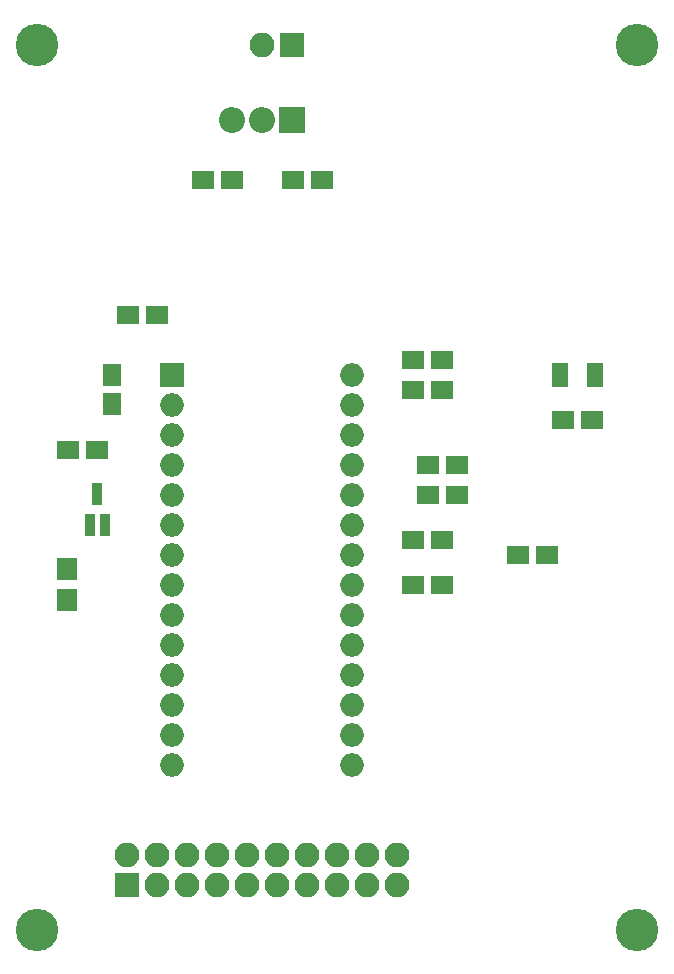
<source format=gbr>
G04 #@! TF.FileFunction,Soldermask,Top*
%FSLAX46Y46*%
G04 Gerber Fmt 4.6, Leading zero omitted, Abs format (unit mm)*
G04 Created by KiCad (PCBNEW 4.0.7) date 11/14/18 00:40:59*
%MOMM*%
%LPD*%
G01*
G04 APERTURE LIST*
%ADD10C,0.100000*%
%ADD11C,3.600000*%
%ADD12R,2.100000X2.100000*%
%ADD13O,2.100000X2.100000*%
%ADD14R,1.400000X2.000000*%
%ADD15R,2.000000X2.000000*%
%ADD16O,2.000000X2.000000*%
%ADD17R,1.900000X1.650000*%
%ADD18R,2.200000X2.200000*%
%ADD19O,2.200000X2.200000*%
%ADD20R,1.700000X1.900000*%
%ADD21R,0.850000X1.900000*%
%ADD22R,1.650000X1.900000*%
G04 APERTURE END LIST*
D10*
D11*
X72390000Y-93980000D03*
X21590000Y-19050000D03*
X72390000Y-19050000D03*
D12*
X29210000Y-90170000D03*
D13*
X29210000Y-87630000D03*
X31750000Y-90170000D03*
X31750000Y-87630000D03*
X34290000Y-90170000D03*
X34290000Y-87630000D03*
X36830000Y-90170000D03*
X36830000Y-87630000D03*
X39370000Y-90170000D03*
X39370000Y-87630000D03*
X41910000Y-90170000D03*
X41910000Y-87630000D03*
X44450000Y-90170000D03*
X44450000Y-87630000D03*
X46990000Y-90170000D03*
X46990000Y-87630000D03*
X49530000Y-90170000D03*
X49530000Y-87630000D03*
X52070000Y-90170000D03*
X52070000Y-87630000D03*
D14*
X65810000Y-46990000D03*
X68810000Y-46990000D03*
D15*
X33020000Y-46990000D03*
D16*
X48260000Y-80010000D03*
X33020000Y-49530000D03*
X48260000Y-77470000D03*
X33020000Y-52070000D03*
X48260000Y-74930000D03*
X33020000Y-54610000D03*
X48260000Y-72390000D03*
X33020000Y-57150000D03*
X48260000Y-69850000D03*
X33020000Y-59690000D03*
X48260000Y-67310000D03*
X33020000Y-62230000D03*
X48260000Y-64770000D03*
X33020000Y-64770000D03*
X48260000Y-62230000D03*
X33020000Y-67310000D03*
X48260000Y-59690000D03*
X33020000Y-69850000D03*
X48260000Y-57150000D03*
X33020000Y-72390000D03*
X48260000Y-54610000D03*
X33020000Y-74930000D03*
X48260000Y-52070000D03*
X33020000Y-77470000D03*
X48260000Y-49530000D03*
X33020000Y-80010000D03*
X48260000Y-46990000D03*
D17*
X43200000Y-30480000D03*
X45700000Y-30480000D03*
X38080000Y-30480000D03*
X35580000Y-30480000D03*
D12*
X43180000Y-19050000D03*
D13*
X40640000Y-19050000D03*
D18*
X43180000Y-25400000D03*
D19*
X40640000Y-25400000D03*
X38100000Y-25400000D03*
D17*
X55860000Y-48260000D03*
X53360000Y-48260000D03*
X55860000Y-45720000D03*
X53360000Y-45720000D03*
X57130000Y-54610000D03*
X54630000Y-54610000D03*
X57130000Y-57150000D03*
X54630000Y-57150000D03*
X26650000Y-53340000D03*
X24150000Y-53340000D03*
D20*
X24130000Y-63420000D03*
X24130000Y-66120000D03*
D21*
X26020000Y-59750000D03*
X27320000Y-59750000D03*
X26670000Y-57090000D03*
D17*
X66060000Y-50800000D03*
X68560000Y-50800000D03*
X29230000Y-41910000D03*
X31730000Y-41910000D03*
D22*
X27940000Y-47010000D03*
X27940000Y-49510000D03*
D17*
X53360000Y-60960000D03*
X55860000Y-60960000D03*
X53360000Y-64770000D03*
X55860000Y-64770000D03*
X62250000Y-62230000D03*
X64750000Y-62230000D03*
D11*
X21590000Y-93980000D03*
M02*

</source>
